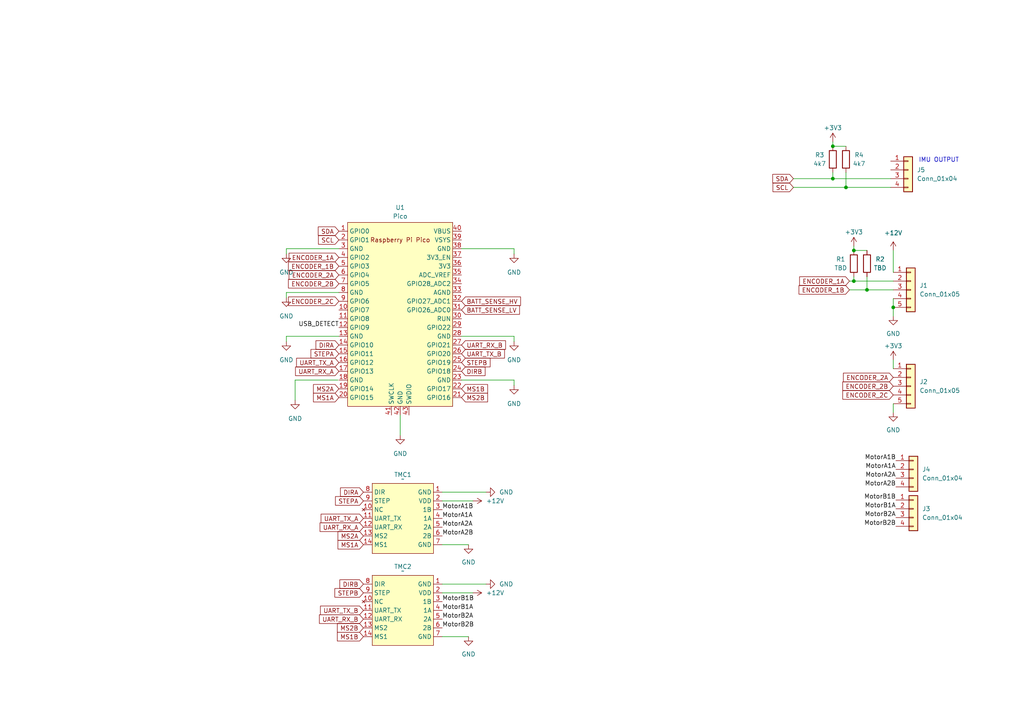
<source format=kicad_sch>
(kicad_sch (version 20230121) (generator eeschema)
  (paper "A4")
  (lib_symbols
    (symbol "Connector_Generic:Conn_01x04" (pin_names (offset 1.016) hide)
      (property "Reference" "J" (at 0 5.08 0))
      (property "Value" "Conn_01x04" (at 0 -7.62 0))
      (symbol "Conn_01x04_1_1"
        (rectangle (start -1.27 -4.953) (end 0 -5.207) (stroke (width 0.1524)))
        (rectangle (start -1.27 -2.413) (end 0 -2.667) (stroke (width 0.1524)))
        (rectangle (start -1.27 0.127) (end 0 -0.127) (stroke (width 0.1524)))
        (rectangle (start -1.27 2.667) (end 0 2.413) (stroke (width 0.1524)))
        (rectangle (start -1.27 3.81) (end 1.27 -6.35) (stroke (width 0.254)) (fill (type background)))
        (pin passive line (at -5.08 2.54 0) (length 3.81) (name "Pin_1") (number "1"))
        (pin passive line (at -5.08 0 0) (length 3.81) (name "Pin_2") (number "2"))
        (pin passive line (at -5.08 -2.54 0) (length 3.81) (name "Pin_3") (number "3"))
        (pin passive line (at -5.08 -5.08 0) (length 3.81) (name "Pin_4") (number "4"))
      )
    )
    (symbol "Connector_Generic:Conn_01x05" (pin_names (offset 1.016) hide)
      (property "Reference" "J" (at 0 7.62 0))
      (property "Value" "Conn_01x05" (at 0 -7.62 0))
      (symbol "Conn_01x05_1_1"
        (rectangle (start -1.27 -4.953) (end 0 -5.207) (stroke (width 0.1524)))
        (rectangle (start -1.27 -2.413) (end 0 -2.667) (stroke (width 0.1524)))
        (rectangle (start -1.27 0.127) (end 0 -0.127) (stroke (width 0.1524)))
        (rectangle (start -1.27 2.667) (end 0 2.413) (stroke (width 0.1524)))
        (rectangle (start -1.27 5.207) (end 0 4.953) (stroke (width 0.1524)))
        (rectangle (start -1.27 6.35) (end 1.27 -6.35) (stroke (width 0.254)) (fill (type background)))
        (pin passive line (at -5.08 5.08 0) (length 3.81) (name "Pin_1") (number "1"))
        (pin passive line (at -5.08 2.54 0) (length 3.81) (name "Pin_2") (number "2"))
        (pin passive line (at -5.08 0 0) (length 3.81) (name "Pin_3") (number "3"))
        (pin passive line (at -5.08 -2.54 0) (length 3.81) (name "Pin_4") (number "4"))
        (pin passive line (at -5.08 -5.08 0) (length 3.81) (name "Pin_5") (number "5"))
      )
    )
    (symbol "Device:R" (pin_numbers hide) (pin_names (offset 0))
      (property "Reference" "R" (at 2.032 0 90))
      (property "Value" "R" (at 0 0 90))
      (symbol "R_0_1"
        (rectangle (start -1.016 -2.54) (end 1.016 2.54) (stroke (width 0.254)))
      )
      (symbol "R_1_1"
        (pin passive line (at 0 3.81 270) (length 1.27) (name "~") (number "1"))
        (pin passive line (at 0 -3.81 90) (length 1.27) (name "~") (number "2"))
      )
    )
    (symbol "MCU_RaspberryPi_and_Boards:Pico"
      (property "Reference" "U" (at -13.97 27.94 0))
      (property "Value" "Pico" (at 0 19.05 0))
      (symbol "Pico_0_0"
        (text "Raspberry Pi Pico" (at 0 21.59 0) (effects (font (size 1.27 1.27))))
      )
      (symbol "Pico_0_1"
        (rectangle (start -15.24 26.67) (end 15.24 -26.67) (fill (type background)))
      )
      (symbol "Pico_1_1"
        (pin bidirectional line (at -17.78 24.13 0) (length 2.54) (name "GPIO0") (number "1"))
        (pin bidirectional line (at -17.78 1.27 0) (length 2.54) (name "GPIO7") (number "10"))
        (pin bidirectional line (at -17.78 -1.27 0) (length 2.54) (name "GPIO8") (number "11"))
        (pin bidirectional line (at -17.78 -3.81 0) (length 2.54) (name "GPIO9") (number "12"))
        (pin power_in line (at -17.78 -6.35 0) (length 2.54) (name "GND") (number "13"))
        (pin bidirectional line (at -17.78 -8.89 0) (length 2.54) (name "GPIO10") (number "14"))
        (pin bidirectional line (at -17.78 -11.43 0) (length 2.54) (name "GPIO11") (number "15"))
        (pin bidirectional line (at -17.78 -13.97 0) (length 2.54) (name "GPIO12") (number "16"))
        (pin bidirectional line (at -17.78 -16.51 0) (length 2.54) (name "GPIO13") (number "17"))
        (pin power_in line (at -17.78 -19.05 0) (length 2.54) (name "GND") (number "18"))
        (pin bidirectional line (at -17.78 -21.59 0) (length 2.54) (name "GPIO14") (number "19"))
        (pin bidirectional line (at -17.78 21.59 0) (length 2.54) (name "GPIO1") (number "2"))
        (pin bidirectional line (at -17.78 -24.13 0) (length 2.54) (name "GPIO15") (number "20"))
        (pin bidirectional line (at 17.78 -24.13 180) (length 2.54) (name "GPIO16") (number "21"))
        (pin bidirectional line (at 17.78 -21.59 180) (length 2.54) (name "GPIO17") (number "22"))
        (pin power_in line (at 17.78 -19.05 180) (length 2.54) (name "GND") (number "23"))
        (pin bidirectional line (at 17.78 -16.51 180) (length 2.54) (name "GPIO18") (number "24"))
        (pin bidirectional line (at 17.78 -13.97 180) (length 2.54) (name "GPIO19") (number "25"))
        (pin bidirectional line (at 17.78 -11.43 180) (length 2.54) (name "GPIO20") (number "26"))
        (pin bidirectional line (at 17.78 -8.89 180) (length 2.54) (name "GPIO21") (number "27"))
        (pin power_in line (at 17.78 -6.35 180) (length 2.54) (name "GND") (number "28"))
        (pin bidirectional line (at 17.78 -3.81 180) (length 2.54) (name "GPIO22") (number "29"))
        (pin power_in line (at -17.78 19.05 0) (length 2.54) (name "GND") (number "3"))
        (pin input line (at 17.78 -1.27 180) (length 2.54) (name "RUN") (number "30"))
        (pin bidirectional line (at 17.78 1.27 180) (length 2.54) (name "GPIO26_ADC0") (number "31"))
        (pin bidirectional line (at 17.78 3.81 180) (length 2.54) (name "GPIO27_ADC1") (number "32"))
        (pin power_in line (at 17.78 6.35 180) (length 2.54) (name "AGND") (number "33"))
        (pin bidirectional line (at 17.78 8.89 180) (length 2.54) (name "GPIO28_ADC2") (number "34"))
        (pin power_in line (at 17.78 11.43 180) (length 2.54) (name "ADC_VREF") (number "35"))
        (pin power_in line (at 17.78 13.97 180) (length 2.54) (name "3V3") (number "36"))
        (pin input line (at 17.78 16.51 180) (length 2.54) (name "3V3_EN") (number "37"))
        (pin bidirectional line (at 17.78 19.05 180) (length 2.54) (name "GND") (number "38"))
        (pin power_in line (at 17.78 21.59 180) (length 2.54) (name "VSYS") (number "39"))
        (pin bidirectional line (at -17.78 16.51 0) (length 2.54) (name "GPIO2") (number "4"))
        (pin power_in line (at 17.78 24.13 180) (length 2.54) (name "VBUS") (number "40"))
        (pin input line (at -2.54 -29.21 90) (length 2.54) (name "SWCLK") (number "41"))
        (pin power_in line (at 0 -29.21 90) (length 2.54) (name "GND") (number "42"))
        (pin bidirectional line (at 2.54 -29.21 90) (length 2.54) (name "SWDIO") (number "43"))
        (pin bidirectional line (at -17.78 13.97 0) (length 2.54) (name "GPIO3") (number "5"))
        (pin bidirectional line (at -17.78 11.43 0) (length 2.54) (name "GPIO4") (number "6"))
        (pin bidirectional line (at -17.78 8.89 0) (length 2.54) (name "GPIO5") (number "7"))
        (pin power_in line (at -17.78 6.35 0) (length 2.54) (name "GND") (number "8"))
        (pin bidirectional line (at -17.78 3.81 0) (length 2.54) (name "GPIO6") (number "9"))
      )
    )
    (symbol "TMC2209_1"
      (property "Reference" "TMC1" (at 0 1.27 0))
      (property "Value" "~" (at 0 0 0))
      (symbol "TMC2209_1_1_1"
        (rectangle (start -8.89 -1.27) (end 8.89 -21.59) (fill (type background)))
        (pin input line (at -11.43 -3.81 0) (length 2.54) (name "GND") (number "1"))
        (pin no_connect line (at 11.43 -8.89 180) (length 2.54) (name "NC") (number "10"))
        (pin output line (at 11.43 -11.43 180) (length 2.54) (name "UART_TX") (number "11"))
        (pin input line (at 11.43 -13.97 180) (length 2.54) (name "UART_RX") (number "12"))
        (pin input line (at 11.43 -16.51 180) (length 2.54) (name "MS2") (number "13"))
        (pin input line (at 11.43 -19.05 180) (length 2.54) (name "MS1") (number "14"))
        (pin input line (at -11.43 -6.35 0) (length 2.54) (name "VDD") (number "2"))
        (pin output line (at -11.43 -8.89 0) (length 2.54) (name "1B") (number "3"))
        (pin output line (at -11.43 -11.43 0) (length 2.54) (name "1A") (number "4"))
        (pin output line (at -11.43 -13.97 0) (length 2.54) (name "2A") (number "5"))
        (pin output line (at -11.43 -16.51 0) (length 2.54) (name "2B") (number "6"))
        (pin input line (at -11.43 -19.05 0) (length 2.54) (name "GND") (number "7"))
        (pin input line (at 11.43 -3.81 180) (length 2.54) (name "DIR") (number "8"))
        (pin input line (at 11.43 -6.35 180) (length 2.54) (name "STEP") (number "9"))
      )
    )
    (symbol "power:+12V" (power) (pin_names (offset 0))
      (property "Value" "+12V" (at 0 3.556 0))
      (symbol "+12V_0_1"
        (polyline (pts (xy -0.762 1.27) (xy 0 2.54)))
        (polyline (pts (xy 0 0) (xy 0 2.54)))
        (polyline (pts (xy 0 2.54) (xy 0.762 1.27)))
      )
      (symbol "+12V_1_1"
        (pin power_in line (at 0 0 90) (length 0) hide (name "+12V") (number "1"))
      )
    )
    (symbol "power:+3V3" (power) (pin_names (offset 0))
      (property "Value" "+3V3" (at 0 3.556 0))
      (symbol "+3V3_0_1"
        (polyline (pts (xy -0.762 1.27) (xy 0 2.54)))
        (polyline (pts (xy 0 0) (xy 0 2.54)))
        (polyline (pts (xy 0 2.54) (xy 0.762 1.27)))
      )
      (symbol "+3V3_1_1"
        (pin power_in line (at 0 0 90) (length 0) hide (name "+3V3") (number "1"))
      )
    )
    (symbol "power:GND" (power) (pin_names (offset 0))
      (property "Value" "GND" (at 0 -3.81 0))
      (symbol "GND_0_1"
        (polyline (pts (xy 0 0) (xy 0 -1.27) (xy 1.27 -1.27) (xy 0 -2.54) (xy -1.27 -1.27) (xy 0 -1.27)))
      )
      (symbol "GND_1_1"
        (pin power_in line (at 0 0 270) (length 0) hide (name "GND") (number "1"))
      )
    )
  )
  (junction (at 245.364 54.356))
  (junction (at 247.65 72.644))
  (junction (at 247.65 81.534))
  (junction (at 251.46 84.074))
  (junction (at 241.554 51.816))
  (junction (at 259.08 89.154))
  (junction (at 241.554 42.418))
  (wire (pts (xy 251.46 80.264) (xy 251.46 84.074)))
  (wire (pts (xy 149.098 99.06) (xy 149.098 97.536)))
  (wire (pts (xy 83.058 86.36) (xy 83.058 84.836)))
  (wire (pts (xy 247.65 80.264) (xy 247.65 81.534)))
  (wire (pts (xy 140.97 142.748) (xy 128.27 142.748)))
  (wire (pts (xy 149.098 72.136) (xy 133.858 72.136)))
  (wire (pts (xy 246.38 81.534) (xy 247.65 81.534)))
  (wire (pts (xy 259.08 119.634) (xy 259.08 117.094)))
  (wire (pts (xy 245.364 54.356) (xy 258.318 54.356)))
  (wire (pts (xy 251.46 84.074) (xy 259.08 84.074)))
  (wire (pts (xy 128.27 171.958) (xy 137.16 171.958)))
  (wire (pts (xy 83.058 97.536) (xy 98.298 97.536)))
  (wire (pts (xy 245.364 50.038) (xy 245.364 54.356)))
  (wire (pts (xy 241.554 50.038) (xy 241.554 51.816)))
  (wire (pts (xy 259.08 86.614) (xy 259.08 89.154)))
  (wire (pts (xy 149.098 111.76) (xy 149.098 110.236)))
  (wire (pts (xy 241.554 51.816) (xy 258.318 51.816)))
  (wire (pts (xy 85.598 110.236) (xy 85.598 116.078)))
  (wire (pts (xy 98.044 110.236) (xy 85.598 110.236)))
  (wire (pts (xy 149.098 73.66) (xy 149.098 72.136)))
  (wire (pts (xy 230.124 51.816) (xy 241.554 51.816)))
  (wire (pts (xy 149.098 97.536) (xy 133.858 97.536)))
  (wire (pts (xy 116.078 120.396) (xy 116.078 126.238)))
  (wire (pts (xy 230.124 54.356) (xy 245.364 54.356)))
  (wire (pts (xy 128.27 145.288) (xy 137.16 145.288)))
  (wire (pts (xy 259.08 89.154) (xy 259.08 91.694)))
  (wire (pts (xy 83.058 99.06) (xy 83.058 97.536)))
  (wire (pts (xy 149.098 110.236) (xy 133.858 110.236)))
  (wire (pts (xy 247.65 72.644) (xy 251.46 72.644)))
  (wire (pts (xy 83.058 72.136) (xy 98.298 72.136)))
  (wire (pts (xy 83.058 73.66) (xy 83.058 72.136)))
  (wire (pts (xy 241.554 42.418) (xy 245.364 42.418)))
  (wire (pts (xy 83.058 84.836) (xy 98.298 84.836)))
  (wire (pts (xy 135.89 157.988) (xy 128.27 157.988)))
  (wire (pts (xy 241.554 41.148) (xy 241.554 42.418)))
  (wire (pts (xy 259.08 104.394) (xy 259.08 106.934)))
  (wire (pts (xy 259.08 72.644) (xy 259.08 78.994)))
  (wire (pts (xy 247.65 81.534) (xy 259.08 81.534)))
  (wire (pts (xy 140.97 169.418) (xy 128.27 169.418)))
  (wire (pts (xy 246.38 84.074) (xy 251.46 84.074)))
  (wire (pts (xy 135.89 184.658) (xy 128.27 184.658)))
  (wire (pts (xy 247.65 71.374) (xy 247.65 72.644)))
  (text "IMU OUTPUT\n" (at 266.446 47.244 0) (effects (font (size 1.27 1.27)) (justify left bottom)))
  (label "MotorB2B" (at 128.27 182.118 0))
  (label "USB_DETECT" (at 98.298 94.996 180))
  (label "MotorB2B" (at 259.842 152.654 180))
  (label "MotorB1A" (at 128.27 177.038 0))
  (label "MotorA2A" (at 128.27 152.908 0))
  (label "MotorA2B" (at 259.842 141.224 180))
  (label "MotorA1B" (at 259.842 133.604 180))
  (label "MotorA1A" (at 259.842 136.144 180))
  (label "MotorB1B" (at 259.842 145.034 180))
  (label "MotorB1A" (at 259.842 147.574 180))
  (label "MotorB1B" (at 128.27 174.498 0))
  (label "MotorA1A" (at 128.27 150.368 0))
  (label "MotorA2B" (at 128.27 155.448 0))
  (label "MotorB2A" (at 128.27 179.578 0))
  (label "MotorA2A" (at 259.842 138.684 180))
  (label "MotorB2A" (at 259.842 150.114 180))
  (label "MotorA1B" (at 128.27 147.828 0))
  (global_label "SDA" (shape input) (at 230.124 51.816 180) (property "Intersheetrefs" "${INTERSHEET_REFS}" (effects hide)))
  (global_label "MS1B" (shape input) (at 133.858 112.776 0) (property "Intersheetrefs" "${INTERSHEET_REFS}" (effects hide)))
  (global_label "UART_RX_A" (shape input) (at 98.298 107.696 180) (property "Intersheetrefs" "${INTERSHEET_REFS}" (effects hide)))
  (global_label "UART_TX_A" (shape input) (at 105.41 150.368 180) (property "Intersheetrefs" "${INTERSHEET_REFS}" (effects hide)))
  (global_label "MS2B" (shape input) (at 133.858 115.316 0) (property "Intersheetrefs" "${INTERSHEET_REFS}" (effects hide)))
  (global_label "MS2A" (shape input) (at 98.298 112.776 180) (property "Intersheetrefs" "${INTERSHEET_REFS}" (effects hide)))
  (global_label "ENCODER_1A" (shape input) (at 98.298 74.676 180) (property "Intersheetrefs" "${INTERSHEET_REFS}" (effects hide)))
  (global_label "SCL" (shape input) (at 98.298 69.596 180) (property "Intersheetrefs" "${INTERSHEET_REFS}" (effects hide)))
  (global_label "MS2B" (shape input) (at 105.41 182.118 180) (property "Intersheetrefs" "${INTERSHEET_REFS}" (effects hide)))
  (global_label "ENCODER_2B" (shape input) (at 98.298 82.296 180) (property "Intersheetrefs" "${INTERSHEET_REFS}" (effects hide)))
  (global_label "ENCODER_1B" (shape input) (at 98.298 77.216 180) (property "Intersheetrefs" "${INTERSHEET_REFS}" (effects hide)))
  (global_label "DIRA" (shape input) (at 105.41 142.748 180) (property "Intersheetrefs" "${INTERSHEET_REFS}" (effects hide)))
  (global_label "MS1B" (shape input) (at 105.41 184.658 180) (property "Intersheetrefs" "${INTERSHEET_REFS}" (effects hide)))
  (global_label "UART_TX_B" (shape input) (at 105.41 177.038 180) (property "Intersheetrefs" "${INTERSHEET_REFS}" (effects hide)))
  (global_label "ENCODER_2A" (shape input) (at 98.298 79.756 180) (property "Intersheetrefs" "${INTERSHEET_REFS}" (effects hide)))
  (global_label "ENCODER_2B" (shape input) (at 259.08 112.014 180) (property "Intersheetrefs" "${INTERSHEET_REFS}" (effects hide)))
  (global_label "ENCODER_1B" (shape input) (at 246.38 84.074 180) (property "Intersheetrefs" "${INTERSHEET_REFS}" (effects hide)))
  (global_label "UART_RX_A" (shape input) (at 105.41 152.908 180) (property "Intersheetrefs" "${INTERSHEET_REFS}" (effects hide)))
  (global_label "SDA" (shape input) (at 98.298 67.056 180) (property "Intersheetrefs" "${INTERSHEET_REFS}" (effects hide)))
  (global_label "MS2A" (shape input) (at 105.41 155.448 180) (property "Intersheetrefs" "${INTERSHEET_REFS}" (effects hide)))
  (global_label "BATT_SENSE_HV" (shape input) (at 133.858 87.376 0) (property "Intersheetrefs" "${INTERSHEET_REFS}" (effects hide)))
  (global_label "ENCODER_2C" (shape input) (at 98.298 87.376 180) (property "Intersheetrefs" "${INTERSHEET_REFS}" (effects hide)))
  (global_label "DIRA" (shape input) (at 98.298 100.076 180) (property "Intersheetrefs" "${INTERSHEET_REFS}" (effects hide)))
  (global_label "STEPB" (shape input) (at 133.858 105.156 0) (property "Intersheetrefs" "${INTERSHEET_REFS}" (effects hide)))
  (global_label "STEPB" (shape input) (at 105.41 171.958 180) (property "Intersheetrefs" "${INTERSHEET_REFS}" (effects hide)))
  (global_label "DIRB" (shape input) (at 105.41 169.418 180) (property "Intersheetrefs" "${INTERSHEET_REFS}" (effects hide)))
  (global_label "SCL" (shape input) (at 230.124 54.356 180) (property "Intersheetrefs" "${INTERSHEET_REFS}" (effects hide)))
  (global_label "ENCODER_1A" (shape input) (at 246.38 81.534 180) (property "Intersheetrefs" "${INTERSHEET_REFS}" (effects hide)))
  (global_label "ENCODER_2A" (shape input) (at 259.08 109.474 180) (property "Intersheetrefs" "${INTERSHEET_REFS}" (effects hide)))
  (global_label "DIRB" (shape input) (at 133.858 107.696 0) (property "Intersheetrefs" "${INTERSHEET_REFS}" (effects hide)))
  (global_label "STEPA" (shape input) (at 98.298 102.616 180) (property "Intersheetrefs" "${INTERSHEET_REFS}" (effects hide)))
  (global_label "BATT_SENSE_LV" (shape input) (at 133.858 89.916 0) (property "Intersheetrefs" "${INTERSHEET_REFS}" (effects hide)))
  (global_label "UART_TX_A" (shape input) (at 98.298 105.156 180) (property "Intersheetrefs" "${INTERSHEET_REFS}" (effects hide)))
  (global_label "STEPA" (shape input) (at 105.41 145.288 180) (property "Intersheetrefs" "${INTERSHEET_REFS}" (effects hide)))
  (global_label "UART_RX_B" (shape input) (at 133.858 100.076 0) (property "Intersheetrefs" "${INTERSHEET_REFS}" (effects hide)))
  (global_label "UART_RX_B" (shape input) (at 105.41 179.578 180) (property "Intersheetrefs" "${INTERSHEET_REFS}" (effects hide)))
  (global_label "MS1A" (shape input) (at 98.298 115.316 180) (property "Intersheetrefs" "${INTERSHEET_REFS}" (effects hide)))
  (global_label "ENCODER_2C" (shape input) (at 259.08 114.554 180) (property "Intersheetrefs" "${INTERSHEET_REFS}" (effects hide)))
  (global_label "MS1A" (shape input) (at 105.41 157.988 180) (property "Intersheetrefs" "${INTERSHEET_REFS}" (effects hide)))
  (global_label "UART_TX_B" (shape input) (at 133.858 102.616 0) (property "Intersheetrefs" "${INTERSHEET_REFS}" (effects hide)))
  (symbol (lib_id "Connector_Generic:Conn_01x04") (at 264.922 136.144 0) (unit 1)
    (property "Reference" "J4" (at 267.462 136.144 0) (effects (justify left)))
    (property "Value" "Conn_01x04" (at 267.462 138.684 0) (effects (justify left)))
    (property "Footprint" "Connector_JST:JST_XH_B4B-XH-A_1x04_P2.50mm_Vertical" (effects hide))
  )
  (symbol (lib_id "Device:R") (at 245.364 46.228 180) (unit 1)
    (property "Reference" "R4" (at 249.174 44.958 0))
    (property "Value" "4k7" (at 249.174 47.498 0))
    (property "Footprint" "Resistor_SMD:R_0603_1608Metric" (effects hide))
  )
  (symbol (lib_id "power:GND") (at 149.098 73.66 0) (mirror y) (unit 1)
    (property "Reference" "#PWR016" (effects hide))
    (property "Value" "GND" (at 149.098 78.994 0))
  )
  (symbol (lib_name "TMC2209_1") (lib_id "TMC2209:TMC2209") (at 116.84 138.938 0) (mirror y) (unit 1)
    (property "Reference" "TMC1" (at 116.84 137.668 0))
    (property "Value" "~" (at 116.84 138.938 0))
    (property "Footprint" "TMC2209_SILENTSTEPSTICK:MODULE_TMC2209_SILENTSTEPSTICK" (effects hide))
  )
  (symbol (lib_name "TMC2209_1") (lib_id "TMC2209:TMC2209") (at 116.84 165.608 0) (mirror y) (unit 1)
    (property "Reference" "TMC2" (at 116.84 164.338 0))
    (property "Value" "~" (at 116.84 165.608 0))
    (property "Footprint" "TMC2209_SILENTSTEPSTICK:MODULE_TMC2209_SILENTSTEPSTICK" (effects hide))
  )
  (symbol (lib_id "power:GND") (at 83.058 86.36 0) (unit 1)
    (property "Reference" "#PWR014" (effects hide))
    (property "Value" "GND" (at 83.058 91.694 0))
  )
  (symbol (lib_id "Device:R") (at 241.554 46.228 180) (unit 1)
    (property "Reference" "R3" (at 237.744 44.958 0))
    (property "Value" "4k7" (at 237.744 47.498 0))
    (property "Footprint" "Resistor_SMD:R_0603_1608Metric" (effects hide))
  )
  (symbol (lib_id "power:GND") (at 85.598 116.078 0) (unit 1)
    (property "Reference" "#PWR012" (effects hide))
    (property "Value" "GND" (at 85.598 121.412 0))
  )
  (symbol (lib_id "power:GND") (at 135.89 184.658 0) (mirror y) (unit 1)
    (property "Reference" "#PWR02" (effects hide))
    (property "Value" "GND" (at 135.89 189.738 0))
  )
  (symbol (lib_id "power:GND") (at 259.08 91.694 0) (unit 1)
    (property "Reference" "#PWR09" (effects hide))
    (property "Value" "GND" (at 259.08 96.774 0))
  )
  (symbol (lib_id "power:GND") (at 140.97 142.748 90) (mirror x) (unit 1)
    (property "Reference" "#PWR06" (effects hide))
    (property "Value" "GND" (at 144.78 142.748 90) (effects (justify right)))
  )
  (symbol (lib_id "power:GND") (at 140.97 169.418 90) (mirror x) (unit 1)
    (property "Reference" "#PWR07" (effects hide))
    (property "Value" "GND" (at 144.78 169.418 90) (effects (justify right)))
  )
  (symbol (lib_id "power:GND") (at 149.098 99.06 0) (mirror y) (unit 1)
    (property "Reference" "#PWR017" (effects hide))
    (property "Value" "GND" (at 149.098 104.394 0))
  )
  (symbol (lib_id "Connector_Generic:Conn_01x04") (at 263.398 49.276 0) (unit 1)
    (property "Reference" "J5" (at 265.938 49.276 0) (effects (justify left)))
    (property "Value" "Conn_01x04" (at 265.938 51.816 0) (effects (justify left)))
    (property "Footprint" "Connector_JST:JST_XH_B4B-XH-A_1x04_P2.50mm_Vertical" (effects hide))
  )
  (symbol (lib_id "Connector_Generic:Conn_01x04") (at 264.922 147.574 0) (unit 1)
    (property "Reference" "J3" (at 267.462 147.574 0) (effects (justify left)))
    (property "Value" "Conn_01x04" (at 267.462 150.114 0) (effects (justify left)))
    (property "Footprint" "Connector_JST:JST_XH_B4B-XH-A_1x04_P2.50mm_Vertical" (effects hide))
  )
  (symbol (lib_id "power:GND") (at 135.89 157.988 0) (mirror y) (unit 1)
    (property "Reference" "#PWR01" (effects hide))
    (property "Value" "GND" (at 135.89 163.068 0))
  )
  (symbol (lib_id "power:+12V") (at 259.08 72.644 0) (unit 1)
    (property "Reference" "#PWR08" (effects hide))
    (property "Value" "+12V" (at 259.08 67.564 0))
  )
  (symbol (lib_id "power:GND") (at 83.058 99.06 0) (unit 1)
    (property "Reference" "#PWR013" (effects hide))
    (property "Value" "GND" (at 83.058 104.394 0))
  )
  (symbol (lib_id "Connector_Generic:Conn_01x05") (at 264.16 112.014 0) (unit 1)
    (property "Reference" "J2" (at 266.7 110.744 0) (effects (justify left)))
    (property "Value" "Conn_01x05" (at 266.7 113.284 0) (effects (justify left)))
  )
  (symbol (lib_id "power:+12V") (at 137.16 145.288 270) (unit 1)
    (property "Reference" "#PWR03" (effects hide))
    (property "Value" "+12V" (at 140.97 145.288 90) (effects (justify left)))
  )
  (symbol (lib_id "power:+3V3") (at 241.554 41.148 0) (mirror y) (unit 1)
    (property "Reference" "#PWR020" (effects hide))
    (property "Value" "+3V3" (at 241.554 37.084 0))
  )
  (symbol (lib_id "power:GND") (at 259.08 119.634 0) (unit 1)
    (property "Reference" "#PWR011" (effects hide))
    (property "Value" "GND" (at 259.08 124.714 0))
  )
  (symbol (lib_id "power:+3V3") (at 247.65 71.374 0) (mirror y) (unit 1)
    (property "Reference" "#PWR05" (effects hide))
    (property "Value" "+3V3" (at 247.65 67.31 0))
  )
  (symbol (lib_id "power:GND") (at 116.078 126.238 0) (unit 1)
    (property "Reference" "#PWR019" (effects hide))
    (property "Value" "GND" (at 116.078 131.572 0))
  )
  (symbol (lib_id "power:GND") (at 149.098 111.76 0) (mirror y) (unit 1)
    (property "Reference" "#PWR018" (effects hide))
    (property "Value" "GND" (at 149.098 117.094 0))
  )
  (symbol (lib_id "Connector_Generic:Conn_01x05") (at 264.16 84.074 0) (unit 1)
    (property "Reference" "J1" (at 266.7 82.804 0) (effects (justify left)))
    (property "Value" "Conn_01x05" (at 266.7 85.344 0) (effects (justify left)))
  )
  (symbol (lib_id "MCU_RaspberryPi_and_Boards:Pico") (at 116.078 91.186 0) (unit 1)
    (property "Reference" "U1" (at 116.078 60.198 0))
    (property "Value" "Pico" (at 116.078 62.738 0))
    (property "Footprint" "MCU_RaspberryPi_and_Boards:RPi_Pico_SMD_TH" (effects hide))
  )
  (symbol (lib_id "power:+12V") (at 137.16 171.958 270) (unit 1)
    (property "Reference" "#PWR04" (effects hide))
    (property "Value" "+12V" (at 140.97 171.958 90) (effects (justify left)))
  )
  (symbol (lib_id "power:+3V3") (at 259.08 104.394 0) (mirror y) (unit 1)
    (property "Reference" "#PWR010" (effects hide))
    (property "Value" "+3V3" (at 259.08 100.33 0))
  )
  (symbol (lib_id "Device:R") (at 251.46 76.454 180) (unit 1)
    (property "Reference" "R2" (at 255.27 75.184 0))
    (property "Value" "TBD" (at 255.27 77.724 0))
    (property "Footprint" "Resistor_SMD:R_0603_1608Metric" (effects hide))
  )
  (symbol (lib_id "power:GND") (at 83.058 73.66 0) (unit 1)
    (property "Reference" "#PWR015" (effects hide))
    (property "Value" "GND" (at 83.058 78.994 0))
  )
  (symbol (lib_id "Device:R") (at 247.65 76.454 180) (unit 1)
    (property "Reference" "R1" (at 243.84 75.184 0))
    (property "Value" "TBD" (at 243.84 77.724 0))
    (property "Footprint" "Resistor_SMD:R_0603_1608Metric" (effects hide))
  )
)
</source>
